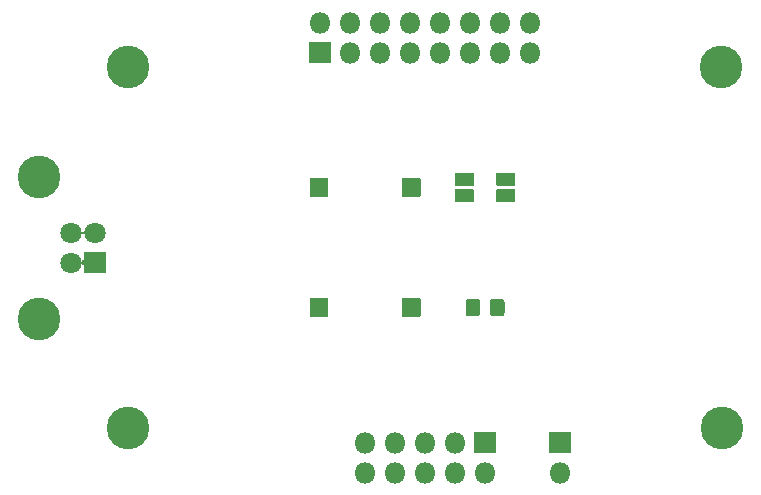
<source format=gbr>
G04 #@! TF.GenerationSoftware,KiCad,Pcbnew,(5.1.9)-1*
G04 #@! TF.CreationDate,2021-03-07T13:30:36+01:00*
G04 #@! TF.ProjectId,Minew MS88SF2 breakout,4d696e65-7720-44d5-9338-385346322062,rev?*
G04 #@! TF.SameCoordinates,Original*
G04 #@! TF.FileFunction,Soldermask,Bot*
G04 #@! TF.FilePolarity,Negative*
%FSLAX46Y46*%
G04 Gerber Fmt 4.6, Leading zero omitted, Abs format (unit mm)*
G04 Created by KiCad (PCBNEW (5.1.9)-1) date 2021-03-07 13:30:36*
%MOMM*%
%LPD*%
G01*
G04 APERTURE LIST*
%ADD10O,1.802000X1.802000*%
%ADD11C,3.602000*%
%ADD12C,1.802000*%
%ADD13C,0.100000*%
G04 APERTURE END LIST*
G36*
G01*
X-1981000Y4330000D02*
X-1981000Y5830000D01*
G75*
G02*
X-1930000Y5881000I51000J0D01*
G01*
X-430000Y5881000D01*
G75*
G02*
X-379000Y5830000I0J-51000D01*
G01*
X-379000Y4330000D01*
G75*
G02*
X-430000Y4279000I-51000J0D01*
G01*
X-1930000Y4279000D01*
G75*
G02*
X-1981000Y4330000I0J51000D01*
G01*
G37*
G36*
G01*
X-9781000Y4330000D02*
X-9781000Y5830000D01*
G75*
G02*
X-9730000Y5881000I51000J0D01*
G01*
X-8230000Y5881000D01*
G75*
G02*
X-8179000Y5830000I0J-51000D01*
G01*
X-8179000Y4330000D01*
G75*
G02*
X-8230000Y4279000I-51000J0D01*
G01*
X-9730000Y4279000D01*
G75*
G02*
X-9781000Y4330000I0J51000D01*
G01*
G37*
D10*
X8890000Y19050000D03*
X8890000Y16510000D03*
X6350000Y19050000D03*
X6350000Y16510000D03*
X3810000Y19050000D03*
X3810000Y16510000D03*
X1270000Y19050000D03*
X1270000Y16510000D03*
X-1270000Y19050000D03*
X-1270000Y16510000D03*
X-3810000Y19050000D03*
X-3810000Y16510000D03*
X-6350000Y19050000D03*
X-6350000Y16510000D03*
X-8890000Y19050000D03*
G36*
G01*
X-8040000Y15609000D02*
X-9740000Y15609000D01*
G75*
G02*
X-9791000Y15660000I0J51000D01*
G01*
X-9791000Y17360000D01*
G75*
G02*
X-9740000Y17411000I51000J0D01*
G01*
X-8040000Y17411000D01*
G75*
G02*
X-7989000Y17360000I0J-51000D01*
G01*
X-7989000Y15660000D01*
G75*
G02*
X-8040000Y15609000I-51000J0D01*
G01*
G37*
G36*
G01*
X5479000Y-5558828D02*
X5479000Y-4601172D01*
G75*
G02*
X5751172Y-4329000I272172J0D01*
G01*
X6458828Y-4329000D01*
G75*
G02*
X6731000Y-4601172I0J-272172D01*
G01*
X6731000Y-5558828D01*
G75*
G02*
X6458828Y-5831000I-272172J0D01*
G01*
X5751172Y-5831000D01*
G75*
G02*
X5479000Y-5558828I0J272172D01*
G01*
G37*
G36*
G01*
X3429000Y-5558828D02*
X3429000Y-4601172D01*
G75*
G02*
X3701172Y-4329000I272172J0D01*
G01*
X4408828Y-4329000D01*
G75*
G02*
X4681000Y-4601172I0J-272172D01*
G01*
X4681000Y-5558828D01*
G75*
G02*
X4408828Y-5831000I-272172J0D01*
G01*
X3701172Y-5831000D01*
G75*
G02*
X3429000Y-5558828I0J272172D01*
G01*
G37*
G36*
G01*
X4131000Y4880000D02*
X4131000Y3880000D01*
G75*
G02*
X4080000Y3829000I-51000J0D01*
G01*
X2580000Y3829000D01*
G75*
G02*
X2529000Y3880000I0J51000D01*
G01*
X2529000Y4880000D01*
G75*
G02*
X2580000Y4931000I51000J0D01*
G01*
X4080000Y4931000D01*
G75*
G02*
X4131000Y4880000I0J-51000D01*
G01*
G37*
G36*
G01*
X4131000Y6280000D02*
X4131000Y5280000D01*
G75*
G02*
X4080000Y5229000I-51000J0D01*
G01*
X2580000Y5229000D01*
G75*
G02*
X2529000Y5280000I0J51000D01*
G01*
X2529000Y6280000D01*
G75*
G02*
X2580000Y6331000I51000J0D01*
G01*
X4080000Y6331000D01*
G75*
G02*
X4131000Y6280000I0J-51000D01*
G01*
G37*
G36*
G01*
X7631000Y4880000D02*
X7631000Y3880000D01*
G75*
G02*
X7580000Y3829000I-51000J0D01*
G01*
X6080000Y3829000D01*
G75*
G02*
X6029000Y3880000I0J51000D01*
G01*
X6029000Y4880000D01*
G75*
G02*
X6080000Y4931000I51000J0D01*
G01*
X7580000Y4931000D01*
G75*
G02*
X7631000Y4880000I0J-51000D01*
G01*
G37*
G36*
G01*
X7631000Y6280000D02*
X7631000Y5280000D01*
G75*
G02*
X7580000Y5229000I-51000J0D01*
G01*
X6080000Y5229000D01*
G75*
G02*
X6029000Y5280000I0J51000D01*
G01*
X6029000Y6280000D01*
G75*
G02*
X6080000Y6331000I51000J0D01*
G01*
X7580000Y6331000D01*
G75*
G02*
X7631000Y6280000I0J-51000D01*
G01*
G37*
G36*
G01*
X-1981000Y-5830000D02*
X-1981000Y-4330000D01*
G75*
G02*
X-1930000Y-4279000I51000J0D01*
G01*
X-430000Y-4279000D01*
G75*
G02*
X-379000Y-4330000I0J-51000D01*
G01*
X-379000Y-5830000D01*
G75*
G02*
X-430000Y-5881000I-51000J0D01*
G01*
X-1930000Y-5881000D01*
G75*
G02*
X-1981000Y-5830000I0J51000D01*
G01*
G37*
G36*
G01*
X-9781000Y-5830000D02*
X-9781000Y-4330000D01*
G75*
G02*
X-9730000Y-4279000I51000J0D01*
G01*
X-8230000Y-4279000D01*
G75*
G02*
X-8179000Y-4330000I0J-51000D01*
G01*
X-8179000Y-5830000D01*
G75*
G02*
X-8230000Y-5881000I-51000J0D01*
G01*
X-9730000Y-5881000D01*
G75*
G02*
X-9781000Y-5830000I0J51000D01*
G01*
G37*
X11430000Y-19050000D03*
G36*
G01*
X10529000Y-17360000D02*
X10529000Y-15660000D01*
G75*
G02*
X10580000Y-15609000I51000J0D01*
G01*
X12280000Y-15609000D01*
G75*
G02*
X12331000Y-15660000I0J-51000D01*
G01*
X12331000Y-17360000D01*
G75*
G02*
X12280000Y-17411000I-51000J0D01*
G01*
X10580000Y-17411000D01*
G75*
G02*
X10529000Y-17360000I0J51000D01*
G01*
G37*
X-5080000Y-19050000D03*
X-5080000Y-16510000D03*
X-2540000Y-19050000D03*
X-2540000Y-16510000D03*
X0Y-19050000D03*
X0Y-16510000D03*
X2540000Y-19050000D03*
X2540000Y-16510000D03*
X5080000Y-19050000D03*
G36*
G01*
X4230000Y-15609000D02*
X5930000Y-15609000D01*
G75*
G02*
X5981000Y-15660000I0J-51000D01*
G01*
X5981000Y-17360000D01*
G75*
G02*
X5930000Y-17411000I-51000J0D01*
G01*
X4230000Y-17411000D01*
G75*
G02*
X4179000Y-17360000I0J51000D01*
G01*
X4179000Y-15660000D01*
G75*
G02*
X4230000Y-15609000I51000J0D01*
G01*
G37*
D11*
X-32650000Y6000000D03*
X-32650000Y-6040000D03*
D12*
X-29940000Y-1270000D03*
X-29940000Y1230000D03*
X-27940000Y1230000D03*
G36*
G01*
X-27039000Y-420000D02*
X-27039000Y-2120000D01*
G75*
G02*
X-27090000Y-2171000I-51000J0D01*
G01*
X-28790000Y-2171000D01*
G75*
G02*
X-28841000Y-2120000I0J51000D01*
G01*
X-28841000Y-420000D01*
G75*
G02*
X-28790000Y-369000I51000J0D01*
G01*
X-27090000Y-369000D01*
G75*
G02*
X-27039000Y-420000I0J-51000D01*
G01*
G37*
D11*
X25135000Y-15255000D03*
X25065000Y15255000D03*
X-25135000Y-15255000D03*
X-25135000Y15255000D03*
D13*
G36*
X-28839835Y-951665D02*
G01*
X-28839000Y-953291D01*
X-28839000Y-1586709D01*
X-28840000Y-1588441D01*
X-28842000Y-1588441D01*
X-28842990Y-1586905D01*
X-28845372Y-1562718D01*
X-28852372Y-1539643D01*
X-28863737Y-1518379D01*
X-28879032Y-1499742D01*
X-28897669Y-1484447D01*
X-28918933Y-1473082D01*
X-28942008Y-1466082D01*
X-28965999Y-1463719D01*
X-28989990Y-1466082D01*
X-29013065Y-1473082D01*
X-29034329Y-1484447D01*
X-29052966Y-1499742D01*
X-29068261Y-1518379D01*
X-29076828Y-1534408D01*
X-29078527Y-1535464D01*
X-29080290Y-1534521D01*
X-29080440Y-1532700D01*
X-29079721Y-1530964D01*
X-29045339Y-1358114D01*
X-29045339Y-1181886D01*
X-29079721Y-1009036D01*
X-29080440Y-1007300D01*
X-29080179Y-1005318D01*
X-29078331Y-1004552D01*
X-29076828Y-1005592D01*
X-29068261Y-1021621D01*
X-29052965Y-1040258D01*
X-29034328Y-1055553D01*
X-29013065Y-1066918D01*
X-28989990Y-1073918D01*
X-28965999Y-1076281D01*
X-28942008Y-1073918D01*
X-28918933Y-1066918D01*
X-28897669Y-1055553D01*
X-28879032Y-1040257D01*
X-28863737Y-1021620D01*
X-28852372Y-1000357D01*
X-28845372Y-977282D01*
X-28842990Y-953095D01*
X-28841825Y-951469D01*
X-28839835Y-951665D01*
G37*
G36*
X-28817723Y1407547D02*
G01*
X-28817221Y1405790D01*
X-28834661Y1318114D01*
X-28834661Y1141886D01*
X-28817221Y1054210D01*
X-28817864Y1052316D01*
X-28819826Y1051926D01*
X-28821097Y1053239D01*
X-28826373Y1070631D01*
X-28837738Y1091895D01*
X-28853033Y1110532D01*
X-28871670Y1125827D01*
X-28892934Y1137192D01*
X-28916009Y1144192D01*
X-28940000Y1146555D01*
X-28963991Y1144192D01*
X-28987066Y1137192D01*
X-29008330Y1125827D01*
X-29026967Y1110532D01*
X-29042262Y1091895D01*
X-29053627Y1070631D01*
X-29058903Y1053239D01*
X-29060363Y1051872D01*
X-29062277Y1052453D01*
X-29062779Y1054210D01*
X-29045339Y1141886D01*
X-29045339Y1318114D01*
X-29062779Y1405790D01*
X-29062136Y1407684D01*
X-29060174Y1408074D01*
X-29058903Y1406761D01*
X-29053627Y1389369D01*
X-29042262Y1368105D01*
X-29026967Y1349468D01*
X-29008330Y1334173D01*
X-28987066Y1322808D01*
X-28963991Y1315808D01*
X-28940000Y1313445D01*
X-28916009Y1315808D01*
X-28892934Y1322808D01*
X-28871670Y1334173D01*
X-28853033Y1349468D01*
X-28837738Y1368105D01*
X-28826373Y1389369D01*
X-28821097Y1406761D01*
X-28819637Y1408128D01*
X-28817723Y1407547D01*
G37*
M02*

</source>
